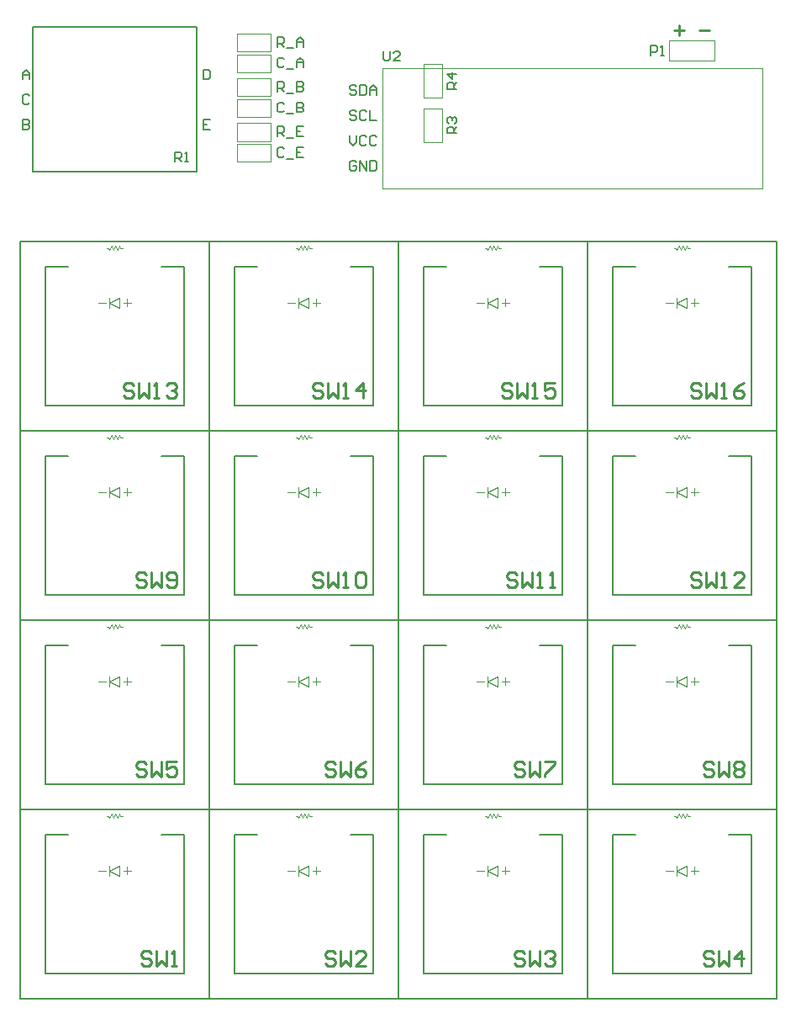
<source format=gto>
G04*
G04 #@! TF.GenerationSoftware,Altium Limited,Altium Designer,22.5.1 (42)*
G04*
G04 Layer_Color=65535*
%FSLAX25Y25*%
%MOIN*%
G70*
G04*
G04 #@! TF.SameCoordinates,A209DC94-0A87-40FC-B198-68C7A1A1665B*
G04*
G04*
G04 #@! TF.FilePolarity,Positive*
G04*
G01*
G75*
%ADD10C,0.00394*%
%ADD11C,0.00787*%
%ADD12C,0.00591*%
%ADD13C,0.01000*%
D10*
X143698Y321024D02*
X294485D01*
Y368662D01*
X143698D02*
X294485D01*
X143698Y321024D02*
Y368662D01*
X160236Y356890D02*
Y370276D01*
X167323D01*
Y356890D02*
Y370276D01*
X160236Y356890D02*
X167323D01*
Y339370D02*
Y352756D01*
X160236Y339370D02*
X167323D01*
X160236D02*
Y352756D01*
X167323D01*
X275394Y371654D02*
Y379528D01*
X257283D02*
X275394D01*
X257283Y371654D02*
Y379528D01*
Y371654D02*
X275394D01*
X99410Y375197D02*
Y382283D01*
X86024D02*
X99410D01*
X86024Y375197D02*
Y382283D01*
Y375197D02*
X99410D01*
X86024Y366929D02*
X99410D01*
X86024D02*
Y374016D01*
X99410D01*
Y366929D02*
Y374016D01*
Y357480D02*
Y364567D01*
X86024D02*
X99410D01*
X86024Y357480D02*
Y364567D01*
Y357480D02*
X99410D01*
X86024Y356299D02*
X99410D01*
Y349213D02*
Y356299D01*
X86024Y349213D02*
X99410D01*
X86024D02*
Y356299D01*
Y339764D02*
Y346850D01*
Y339764D02*
X99410D01*
Y346850D01*
X86024D02*
X99410D01*
X86024Y338583D02*
X99410D01*
Y331496D02*
Y338583D01*
X86024Y331496D02*
X99410D01*
X86024D02*
Y338583D01*
X255954Y275690D02*
X258954D01*
X267418Y274190D02*
Y277190D01*
X265918Y275690D02*
X268918D01*
X264269Y273721D02*
Y277658D01*
X260332Y275690D02*
X264269Y277658D01*
X260332Y275690D02*
X264269Y273721D01*
X260332D02*
Y277658D01*
X264859Y297343D02*
X265647D01*
X264466Y298131D02*
X264859Y297343D01*
X263678Y296556D02*
X264466Y298131D01*
X262891D02*
X263678Y296556D01*
X262103D02*
X262891Y298131D01*
X261316D02*
X262103Y296556D01*
X260529D02*
X261316Y298131D01*
X260135Y297343D02*
X260529Y296556D01*
X259348Y297343D02*
X260135D01*
X180954Y275690D02*
X183954D01*
X192418Y274190D02*
Y277190D01*
X190918Y275690D02*
X193918D01*
X189269Y273721D02*
Y277658D01*
X185332Y275690D02*
X189269Y277658D01*
X185332Y275690D02*
X189269Y273721D01*
X185332D02*
Y277658D01*
X189859Y297343D02*
X190647D01*
X189466Y298131D02*
X189859Y297343D01*
X188678Y296556D02*
X189466Y298131D01*
X187891D02*
X188678Y296556D01*
X187103D02*
X187891Y298131D01*
X186316D02*
X187103Y296556D01*
X185529D02*
X186316Y298131D01*
X185135Y297343D02*
X185529Y296556D01*
X184347Y297343D02*
X185135D01*
X105954Y275690D02*
X108954D01*
X117418Y274190D02*
Y277190D01*
X115918Y275690D02*
X118918D01*
X114269Y273721D02*
Y277658D01*
X110332Y275690D02*
X114269Y277658D01*
X110332Y275690D02*
X114269Y273721D01*
X110332D02*
Y277658D01*
X114859Y297343D02*
X115647D01*
X114466Y298131D02*
X114859Y297343D01*
X113678Y296556D02*
X114466Y298131D01*
X112891D02*
X113678Y296556D01*
X112103D02*
X112891Y298131D01*
X111316D02*
X112103Y296556D01*
X110529D02*
X111316Y298131D01*
X110135Y297343D02*
X110529Y296556D01*
X109347Y297343D02*
X110135D01*
X30955Y275690D02*
X33955D01*
X42419Y274190D02*
Y277190D01*
X40919Y275690D02*
X43919D01*
X39270Y273721D02*
Y277658D01*
X35333Y275690D02*
X39270Y277658D01*
X35333Y275690D02*
X39270Y273721D01*
X35333D02*
Y277658D01*
X39860Y297343D02*
X40648D01*
X39466Y298131D02*
X39860Y297343D01*
X38679Y296556D02*
X39466Y298131D01*
X37892D02*
X38679Y296556D01*
X37104D02*
X37892Y298131D01*
X36317D02*
X37104Y296556D01*
X35529D02*
X36317Y298131D01*
X35136Y297343D02*
X35529Y296556D01*
X34348Y297343D02*
X35136D01*
X255954Y200690D02*
X258954D01*
X267418Y199190D02*
Y202190D01*
X265918Y200690D02*
X268918D01*
X264269Y198721D02*
Y202658D01*
X260332Y200690D02*
X264269Y202658D01*
X260332Y200690D02*
X264269Y198721D01*
X260332D02*
Y202658D01*
X264859Y222343D02*
X265647D01*
X264466Y223131D02*
X264859Y222343D01*
X263678Y221556D02*
X264466Y223131D01*
X262891D02*
X263678Y221556D01*
X262103D02*
X262891Y223131D01*
X261316D02*
X262103Y221556D01*
X260529D02*
X261316Y223131D01*
X260135Y222343D02*
X260529Y221556D01*
X259348Y222343D02*
X260135D01*
X180954Y200690D02*
X183954D01*
X192418Y199190D02*
Y202190D01*
X190918Y200690D02*
X193918D01*
X189269Y198721D02*
Y202658D01*
X185332Y200690D02*
X189269Y202658D01*
X185332Y200690D02*
X189269Y198721D01*
X185332D02*
Y202658D01*
X189859Y222343D02*
X190647D01*
X189466Y223131D02*
X189859Y222343D01*
X188678Y221556D02*
X189466Y223131D01*
X187891D02*
X188678Y221556D01*
X187103D02*
X187891Y223131D01*
X186316D02*
X187103Y221556D01*
X185529D02*
X186316Y223131D01*
X185135Y222343D02*
X185529Y221556D01*
X184347Y222343D02*
X185135D01*
X105954Y200690D02*
X108954D01*
X117418Y199190D02*
Y202190D01*
X115918Y200690D02*
X118918D01*
X114269Y198721D02*
Y202658D01*
X110332Y200690D02*
X114269Y202658D01*
X110332Y200690D02*
X114269Y198721D01*
X110332D02*
Y202658D01*
X114859Y222343D02*
X115647D01*
X114466Y223131D02*
X114859Y222343D01*
X113678Y221556D02*
X114466Y223131D01*
X112891D02*
X113678Y221556D01*
X112103D02*
X112891Y223131D01*
X111316D02*
X112103Y221556D01*
X110529D02*
X111316Y223131D01*
X110135Y222343D02*
X110529Y221556D01*
X109347Y222343D02*
X110135D01*
X30955Y200690D02*
X33955D01*
X42419Y199190D02*
Y202190D01*
X40919Y200690D02*
X43919D01*
X39270Y198721D02*
Y202658D01*
X35333Y200690D02*
X39270Y202658D01*
X35333Y200690D02*
X39270Y198721D01*
X35333D02*
Y202658D01*
X39860Y222343D02*
X40648D01*
X39466Y223131D02*
X39860Y222343D01*
X38679Y221556D02*
X39466Y223131D01*
X37892D02*
X38679Y221556D01*
X37104D02*
X37892Y223131D01*
X36317D02*
X37104Y221556D01*
X35529D02*
X36317Y223131D01*
X35136Y222343D02*
X35529Y221556D01*
X34348Y222343D02*
X35136D01*
X255954Y125689D02*
X258954D01*
X267418Y124189D02*
Y127189D01*
X265918Y125689D02*
X268918D01*
X264269Y123720D02*
Y127657D01*
X260332Y125689D02*
X264269Y127657D01*
X260332Y125689D02*
X264269Y123720D01*
X260332D02*
Y127657D01*
X264859Y147342D02*
X265647D01*
X264466Y148130D02*
X264859Y147342D01*
X263678Y146555D02*
X264466Y148130D01*
X262891D02*
X263678Y146555D01*
X262103D02*
X262891Y148130D01*
X261316D02*
X262103Y146555D01*
X260529D02*
X261316Y148130D01*
X260135Y147342D02*
X260529Y146555D01*
X259348Y147342D02*
X260135D01*
X180954Y125689D02*
X183954D01*
X192418Y124189D02*
Y127189D01*
X190918Y125689D02*
X193918D01*
X189269Y123720D02*
Y127657D01*
X185332Y125689D02*
X189269Y127657D01*
X185332Y125689D02*
X189269Y123720D01*
X185332D02*
Y127657D01*
X189859Y147342D02*
X190647D01*
X189466Y148130D02*
X189859Y147342D01*
X188678Y146555D02*
X189466Y148130D01*
X187891D02*
X188678Y146555D01*
X187103D02*
X187891Y148130D01*
X186316D02*
X187103Y146555D01*
X185529D02*
X186316Y148130D01*
X185135Y147342D02*
X185529Y146555D01*
X184347Y147342D02*
X185135D01*
X105954Y125689D02*
X108954D01*
X117418Y124189D02*
Y127189D01*
X115918Y125689D02*
X118918D01*
X114269Y123720D02*
Y127657D01*
X110332Y125689D02*
X114269Y127657D01*
X110332Y125689D02*
X114269Y123720D01*
X110332D02*
Y127657D01*
X114859Y147342D02*
X115647D01*
X114466Y148130D02*
X114859Y147342D01*
X113678Y146555D02*
X114466Y148130D01*
X112891D02*
X113678Y146555D01*
X112103D02*
X112891Y148130D01*
X111316D02*
X112103Y146555D01*
X110529D02*
X111316Y148130D01*
X110135Y147342D02*
X110529Y146555D01*
X109347Y147342D02*
X110135D01*
X30955Y125689D02*
X33955D01*
X42419Y124189D02*
Y127189D01*
X40919Y125689D02*
X43919D01*
X39270Y123720D02*
Y127657D01*
X35333Y125689D02*
X39270Y127657D01*
X35333Y125689D02*
X39270Y123720D01*
X35333D02*
Y127657D01*
X39860Y147342D02*
X40648D01*
X39466Y148130D02*
X39860Y147342D01*
X38679Y146555D02*
X39466Y148130D01*
X37892D02*
X38679Y146555D01*
X37104D02*
X37892Y148130D01*
X36317D02*
X37104Y146555D01*
X35529D02*
X36317Y148130D01*
X35136Y147342D02*
X35529Y146555D01*
X34348Y147342D02*
X35136D01*
X255954Y50689D02*
X258954D01*
X267418Y49189D02*
Y52189D01*
X265918Y50689D02*
X268918D01*
X264269Y48720D02*
Y52658D01*
X260332Y50689D02*
X264269Y52658D01*
X260332Y50689D02*
X264269Y48720D01*
X260332D02*
Y52658D01*
X264859Y72342D02*
X265647D01*
X264466Y73130D02*
X264859Y72342D01*
X263678Y71555D02*
X264466Y73130D01*
X262891D02*
X263678Y71555D01*
X262103D02*
X262891Y73130D01*
X261316D02*
X262103Y71555D01*
X260529D02*
X261316Y73130D01*
X260135Y72342D02*
X260529Y71555D01*
X259348Y72342D02*
X260135D01*
X180954Y50689D02*
X183954D01*
X192418Y49189D02*
Y52189D01*
X190918Y50689D02*
X193918D01*
X189269Y48720D02*
Y52658D01*
X185332Y50689D02*
X189269Y52658D01*
X185332Y50689D02*
X189269Y48720D01*
X185332D02*
Y52658D01*
X189859Y72342D02*
X190647D01*
X189466Y73130D02*
X189859Y72342D01*
X188678Y71555D02*
X189466Y73130D01*
X187891D02*
X188678Y71555D01*
X187103D02*
X187891Y73130D01*
X186316D02*
X187103Y71555D01*
X185529D02*
X186316Y73130D01*
X185135Y72342D02*
X185529Y71555D01*
X184347Y72342D02*
X185135D01*
X105954Y50689D02*
X108954D01*
X117418Y49189D02*
Y52189D01*
X115918Y50689D02*
X118918D01*
X114269Y48720D02*
Y52658D01*
X110332Y50689D02*
X114269Y52658D01*
X110332Y50689D02*
X114269Y48720D01*
X110332D02*
Y52658D01*
X114859Y72342D02*
X115647D01*
X114466Y73130D02*
X114859Y72342D01*
X113678Y71555D02*
X114466Y73130D01*
X112891D02*
X113678Y71555D01*
X112103D02*
X112891Y73130D01*
X111316D02*
X112103Y71555D01*
X110529D02*
X111316Y73130D01*
X110135Y72342D02*
X110529Y71555D01*
X109347Y72342D02*
X110135D01*
X30955Y50689D02*
X33955D01*
X42419Y49189D02*
Y52189D01*
X40919Y50689D02*
X43919D01*
X39270Y48720D02*
Y52658D01*
X35333Y50689D02*
X39270Y52658D01*
X35333Y50689D02*
X39270Y48720D01*
X35333D02*
Y52658D01*
X39860Y72342D02*
X40648D01*
X39466Y73130D02*
X39860Y72342D01*
X38679Y71555D02*
X39466Y73130D01*
X37892D02*
X38679Y71555D01*
X37104D02*
X37892Y73130D01*
X36317D02*
X37104Y71555D01*
X35529D02*
X36317Y73130D01*
X35136Y72342D02*
X35529Y71555D01*
X34348Y72342D02*
X35136D01*
D11*
X234997Y290001D02*
X243993D01*
X281001D02*
X289997D01*
Y235001D02*
Y290001D01*
X234997Y235001D02*
X289997D01*
X234997D02*
Y290001D01*
X224997Y300001D02*
X299997D01*
X224997Y225001D02*
Y300001D01*
Y225001D02*
X299997D01*
Y300001D01*
X159997Y290001D02*
X168993D01*
X206001D02*
X214997D01*
Y235001D02*
Y290001D01*
X159997Y235001D02*
X214997D01*
X159997D02*
Y290001D01*
X149997Y300001D02*
X224997D01*
X149997Y225001D02*
Y300001D01*
Y225001D02*
X224997D01*
Y300001D01*
X84997Y290001D02*
X93993D01*
X131001D02*
X139997D01*
Y235001D02*
Y290001D01*
X84997Y235001D02*
X139997D01*
X84997D02*
Y290001D01*
X74997Y300001D02*
X149997D01*
X74997Y225001D02*
Y300001D01*
Y225001D02*
X149997D01*
Y300001D01*
X9998Y290001D02*
X18994D01*
X56002D02*
X64998D01*
Y235001D02*
Y290001D01*
X9998Y235001D02*
X64998D01*
X9998D02*
Y290001D01*
X-2Y300001D02*
X74998D01*
X-2Y225001D02*
Y300001D01*
Y225001D02*
X74998D01*
Y300001D01*
X234997Y215001D02*
X243993D01*
X281001D02*
X289997D01*
Y160001D02*
Y215001D01*
X234997Y160001D02*
X289997D01*
X234997D02*
Y215001D01*
X224997Y225001D02*
X299997D01*
X224997Y150001D02*
Y225001D01*
Y150001D02*
X299997D01*
Y225001D01*
X159997Y215001D02*
X168993D01*
X206001D02*
X214997D01*
Y160001D02*
Y215001D01*
X159997Y160001D02*
X214997D01*
X159997D02*
Y215001D01*
X149997Y225001D02*
X224997D01*
X149997Y150001D02*
Y225001D01*
Y150001D02*
X224997D01*
Y225001D01*
X84997Y215001D02*
X93993D01*
X131001D02*
X139997D01*
Y160001D02*
Y215001D01*
X84997Y160001D02*
X139997D01*
X84997D02*
Y215001D01*
X74997Y225001D02*
X149997D01*
X74997Y150001D02*
Y225001D01*
Y150001D02*
X149997D01*
Y225001D01*
X9998Y215001D02*
X18994D01*
X56002D02*
X64998D01*
Y160001D02*
Y215001D01*
X9998Y160001D02*
X64998D01*
X9998D02*
Y215001D01*
X-2Y225001D02*
X74998D01*
X-2Y150001D02*
Y225001D01*
Y150001D02*
X74998D01*
Y225001D01*
X234997Y140000D02*
X243993D01*
X281001D02*
X289997D01*
Y85000D02*
Y140000D01*
X234997Y85000D02*
X289997D01*
X234997D02*
Y140000D01*
X224997Y150000D02*
X299997D01*
X224997Y75000D02*
Y150000D01*
Y75000D02*
X299997D01*
Y150000D01*
X159997Y140000D02*
X168993D01*
X206001D02*
X214997D01*
Y85000D02*
Y140000D01*
X159997Y85000D02*
X214997D01*
X159997D02*
Y140000D01*
X149997Y150000D02*
X224997D01*
X149997Y75000D02*
Y150000D01*
Y75000D02*
X224997D01*
Y150000D01*
X84997Y140000D02*
X93993D01*
X131001D02*
X139997D01*
Y85000D02*
Y140000D01*
X84997Y85000D02*
X139997D01*
X84997D02*
Y140000D01*
X74997Y150000D02*
X149997D01*
X74997Y75000D02*
Y150000D01*
Y75000D02*
X149997D01*
Y150000D01*
X9998Y140000D02*
X18994D01*
X56002D02*
X64998D01*
Y85000D02*
Y140000D01*
X9998Y85000D02*
X64998D01*
X9998D02*
Y140000D01*
X-2Y150000D02*
X74998D01*
X-2Y75000D02*
Y150000D01*
Y75000D02*
X74998D01*
Y150000D01*
X234997Y65000D02*
X243993D01*
X281001D02*
X289997D01*
Y10000D02*
Y65000D01*
X234997Y10000D02*
X289997D01*
X234997D02*
Y65000D01*
X224997Y75000D02*
X299997D01*
X224997Y0D02*
Y75000D01*
Y0D02*
X299997D01*
Y75000D01*
X159997Y65000D02*
X168993D01*
X206001D02*
X214997D01*
Y10000D02*
Y65000D01*
X159997Y10000D02*
X214997D01*
X159997D02*
Y65000D01*
X149997Y75000D02*
X224997D01*
X149997Y0D02*
Y75000D01*
Y0D02*
X224997D01*
Y75000D01*
X84997Y65000D02*
X93993D01*
X131001D02*
X139997D01*
Y10000D02*
Y65000D01*
X84997Y10000D02*
X139997D01*
X84997D02*
Y65000D01*
X74997Y75000D02*
X149997D01*
X74997Y0D02*
Y75000D01*
Y0D02*
X149997D01*
Y75000D01*
X9998Y65000D02*
X18994D01*
X56002D02*
X64998D01*
Y10000D02*
Y65000D01*
X9998Y10000D02*
X64998D01*
X9998D02*
Y65000D01*
X-2Y75000D02*
X74998D01*
X-2Y0D02*
Y75000D01*
Y0D02*
X74998D01*
Y75000D01*
X5018Y327510D02*
Y384991D01*
X69978D01*
Y327510D02*
Y384991D01*
X5018Y327510D02*
X69978D01*
D12*
X133526Y331194D02*
X132870Y331850D01*
X131559D01*
X130903Y331194D01*
Y328570D01*
X131559Y327914D01*
X132870D01*
X133526Y328570D01*
Y329882D01*
X132214D01*
X134838Y327914D02*
Y331850D01*
X137462Y327914D01*
Y331850D01*
X138774D02*
Y327914D01*
X140742D01*
X141398Y328570D01*
Y331194D01*
X140742Y331850D01*
X138774D01*
X130903Y341850D02*
Y339226D01*
X132214Y337914D01*
X133526Y339226D01*
Y341850D01*
X137462Y341194D02*
X136806Y341850D01*
X135494D01*
X134838Y341194D01*
Y338570D01*
X135494Y337914D01*
X136806D01*
X137462Y338570D01*
X141398Y341194D02*
X140742Y341850D01*
X139430D01*
X138774Y341194D01*
Y338570D01*
X139430Y337914D01*
X140742D01*
X141398Y338570D01*
X133526Y351194D02*
X132870Y351850D01*
X131559D01*
X130903Y351194D01*
Y350538D01*
X131559Y349882D01*
X132870D01*
X133526Y349226D01*
Y348570D01*
X132870Y347914D01*
X131559D01*
X130903Y348570D01*
X137462Y351194D02*
X136806Y351850D01*
X135494D01*
X134838Y351194D01*
Y348570D01*
X135494Y347914D01*
X136806D01*
X137462Y348570D01*
X138774Y351850D02*
Y347914D01*
X141398D01*
X133526Y361194D02*
X132870Y361850D01*
X131559D01*
X130903Y361194D01*
Y360538D01*
X131559Y359882D01*
X132870D01*
X133526Y359226D01*
Y358570D01*
X132870Y357914D01*
X131559D01*
X130903Y358570D01*
X134838Y361850D02*
Y357914D01*
X136806D01*
X137462Y358570D01*
Y361194D01*
X136806Y361850D01*
X134838D01*
X138774Y357914D02*
Y360538D01*
X140086Y361850D01*
X141398Y360538D01*
Y357914D01*
Y359882D01*
X138774D01*
X1016Y364125D02*
Y366749D01*
X2328Y368061D01*
X3640Y366749D01*
Y364125D01*
Y366093D01*
X1016D01*
X3640Y357562D02*
X2984Y358219D01*
X1672D01*
X1016Y357562D01*
Y354939D01*
X1672Y354283D01*
X2984D01*
X3640Y354939D01*
X1016Y348376D02*
Y344440D01*
X2984D01*
X3640Y345096D01*
Y345752D01*
X2984Y346408D01*
X1016D01*
X2984D01*
X3640Y347064D01*
Y347720D01*
X2984Y348376D01*
X1016D01*
X72669Y368061D02*
Y364125D01*
X74637D01*
X75293Y364781D01*
Y367405D01*
X74637Y368061D01*
X72669D01*
X75293Y348376D02*
X72669D01*
Y344440D01*
X75293D01*
X72669Y346408D02*
X73981D01*
X173228Y360303D02*
X169292D01*
Y362271D01*
X169948Y362927D01*
X171260D01*
X171916Y362271D01*
Y360303D01*
Y361615D02*
X173228Y362927D01*
Y366207D02*
X169292D01*
X171260Y364239D01*
Y366863D01*
X173228Y342783D02*
X169292D01*
Y344751D01*
X169948Y345407D01*
X171260D01*
X171916Y344751D01*
Y342783D01*
Y344095D02*
X173228Y345407D01*
X169948Y346719D02*
X169292Y347375D01*
Y348687D01*
X169948Y349343D01*
X170604D01*
X171260Y348687D01*
Y348031D01*
Y348687D01*
X171916Y349343D01*
X172572D01*
X173228Y348687D01*
Y347375D01*
X172572Y346719D01*
X144061Y375397D02*
Y372117D01*
X144717Y371461D01*
X146028D01*
X146684Y372117D01*
Y375397D01*
X150620Y371461D02*
X147996D01*
X150620Y374085D01*
Y374741D01*
X149964Y375397D01*
X148652D01*
X147996Y374741D01*
X101969Y341667D02*
Y345603D01*
X103936D01*
X104592Y344947D01*
Y343635D01*
X103936Y342979D01*
X101969D01*
X103280D02*
X104592Y341667D01*
X105904Y341011D02*
X108528D01*
X112464Y345603D02*
X109840D01*
Y341667D01*
X112464D01*
X109840Y343635D02*
X111152D01*
X101969Y359384D02*
Y363319D01*
X103936D01*
X104592Y362664D01*
Y361352D01*
X103936Y360696D01*
X101969D01*
X103280D02*
X104592Y359384D01*
X105904Y358728D02*
X108528D01*
X109840Y363319D02*
Y359384D01*
X111808D01*
X112464Y360040D01*
Y360696D01*
X111808Y361352D01*
X109840D01*
X111808D01*
X112464Y362007D01*
Y362664D01*
X111808Y363319D01*
X109840D01*
X101969Y377100D02*
Y381036D01*
X103936D01*
X104592Y380380D01*
Y379068D01*
X103936Y378412D01*
X101969D01*
X103280D02*
X104592Y377100D01*
X105904Y376444D02*
X108528D01*
X109840Y377100D02*
Y379724D01*
X111152Y381036D01*
X112464Y379724D01*
Y377100D01*
Y379068D01*
X109840D01*
X61353Y331494D02*
Y335430D01*
X63320D01*
X63976Y334774D01*
Y333462D01*
X63320Y332806D01*
X61353D01*
X62665D02*
X63976Y331494D01*
X65288D02*
X66600D01*
X65944D01*
Y335430D01*
X65288Y334774D01*
X250132Y373623D02*
Y377558D01*
X252100D01*
X252756Y376903D01*
Y375590D01*
X252100Y374935D01*
X250132D01*
X254068Y373623D02*
X255380D01*
X254724D01*
Y377558D01*
X254068Y376903D01*
X104592Y336679D02*
X103936Y337335D01*
X102624D01*
X101969Y336679D01*
Y334055D01*
X102624Y333400D01*
X103936D01*
X104592Y334055D01*
X105904Y332744D02*
X108528D01*
X112464Y337335D02*
X109840D01*
Y333400D01*
X112464D01*
X109840Y335367D02*
X111152D01*
X104592Y354396D02*
X103936Y355052D01*
X102624D01*
X101969Y354396D01*
Y351772D01*
X102624Y351116D01*
X103936D01*
X104592Y351772D01*
X105904Y350460D02*
X108528D01*
X109840Y355052D02*
Y351116D01*
X111808D01*
X112464Y351772D01*
Y352428D01*
X111808Y353084D01*
X109840D01*
X111808D01*
X112464Y353740D01*
Y354396D01*
X111808Y355052D01*
X109840D01*
X104592Y372112D02*
X103936Y372768D01*
X102624D01*
X101969Y372112D01*
Y369489D01*
X102624Y368833D01*
X103936D01*
X104592Y369489D01*
X105904Y368177D02*
X108528D01*
X109840Y368833D02*
Y371456D01*
X111152Y372768D01*
X112464Y371456D01*
Y368833D01*
Y370800D01*
X109840D01*
D13*
X259339Y383661D02*
X263338D01*
X261339Y385661D02*
Y381662D01*
X269339Y383661D02*
X273338D01*
X269998Y243004D02*
X268998Y244003D01*
X266999D01*
X265999Y243004D01*
Y242004D01*
X266999Y241004D01*
X268998D01*
X269998Y240004D01*
Y239005D01*
X268998Y238005D01*
X266999D01*
X265999Y239005D01*
X271997Y244003D02*
Y238005D01*
X273996Y240004D01*
X275996Y238005D01*
Y244003D01*
X277995Y238005D02*
X279994D01*
X278995D01*
Y244003D01*
X277995Y243004D01*
X286992Y244003D02*
X284993Y243004D01*
X282993Y241004D01*
Y239005D01*
X283993Y238005D01*
X285993D01*
X286992Y239005D01*
Y240004D01*
X285993Y241004D01*
X282993D01*
X194998Y243004D02*
X193998Y244003D01*
X191999D01*
X190999Y243004D01*
Y242004D01*
X191999Y241004D01*
X193998D01*
X194998Y240004D01*
Y239005D01*
X193998Y238005D01*
X191999D01*
X190999Y239005D01*
X196997Y244003D02*
Y238005D01*
X198996Y240004D01*
X200996Y238005D01*
Y244003D01*
X202995Y238005D02*
X204994D01*
X203995D01*
Y244003D01*
X202995Y243004D01*
X211992Y244003D02*
X207993D01*
Y241004D01*
X209993Y242004D01*
X210993D01*
X211992Y241004D01*
Y239005D01*
X210993Y238005D01*
X208993D01*
X207993Y239005D01*
X119998Y243004D02*
X118998Y244003D01*
X116999D01*
X115999Y243004D01*
Y242004D01*
X116999Y241004D01*
X118998D01*
X119998Y240004D01*
Y239005D01*
X118998Y238005D01*
X116999D01*
X115999Y239005D01*
X121997Y244003D02*
Y238005D01*
X123996Y240004D01*
X125996Y238005D01*
Y244003D01*
X127995Y238005D02*
X129994D01*
X128995D01*
Y244003D01*
X127995Y243004D01*
X135993Y238005D02*
Y244003D01*
X132993Y241004D01*
X136992D01*
X44998Y243004D02*
X43998Y244003D01*
X41999D01*
X40999Y243004D01*
Y242004D01*
X41999Y241004D01*
X43998D01*
X44998Y240004D01*
Y239005D01*
X43998Y238005D01*
X41999D01*
X40999Y239005D01*
X46997Y244003D02*
Y238005D01*
X48996Y240004D01*
X50996Y238005D01*
Y244003D01*
X52995Y238005D02*
X54994D01*
X53995D01*
Y244003D01*
X52995Y243004D01*
X57993D02*
X58993Y244003D01*
X60992D01*
X61992Y243004D01*
Y242004D01*
X60992Y241004D01*
X59993D01*
X60992D01*
X61992Y240004D01*
Y239005D01*
X60992Y238005D01*
X58993D01*
X57993Y239005D01*
X269998Y168003D02*
X268998Y169003D01*
X266999D01*
X265999Y168003D01*
Y167004D01*
X266999Y166004D01*
X268998D01*
X269998Y165005D01*
Y164005D01*
X268998Y163005D01*
X266999D01*
X265999Y164005D01*
X271997Y169003D02*
Y163005D01*
X273996Y165005D01*
X275996Y163005D01*
Y169003D01*
X277995Y163005D02*
X279994D01*
X278995D01*
Y169003D01*
X277995Y168003D01*
X286992Y163005D02*
X282993D01*
X286992Y167004D01*
Y168003D01*
X285993Y169003D01*
X283993D01*
X282993Y168003D01*
X196997D02*
X195997Y169003D01*
X193998D01*
X192998Y168003D01*
Y167004D01*
X193998Y166004D01*
X195997D01*
X196997Y165005D01*
Y164005D01*
X195997Y163005D01*
X193998D01*
X192998Y164005D01*
X198996Y169003D02*
Y163005D01*
X200996Y165005D01*
X202995Y163005D01*
Y169003D01*
X204994Y163005D02*
X206994D01*
X205994D01*
Y169003D01*
X204994Y168003D01*
X209993Y163005D02*
X211992D01*
X210993D01*
Y169003D01*
X209993Y168003D01*
X119998D02*
X118998Y169003D01*
X116999D01*
X115999Y168003D01*
Y167004D01*
X116999Y166004D01*
X118998D01*
X119998Y165005D01*
Y164005D01*
X118998Y163005D01*
X116999D01*
X115999Y164005D01*
X121997Y169003D02*
Y163005D01*
X123996Y165005D01*
X125996Y163005D01*
Y169003D01*
X127995Y163005D02*
X129994D01*
X128995D01*
Y169003D01*
X127995Y168003D01*
X132993D02*
X133993Y169003D01*
X135993D01*
X136992Y168003D01*
Y164005D01*
X135993Y163005D01*
X133993D01*
X132993Y164005D01*
Y168003D01*
X49996D02*
X48996Y169003D01*
X46997D01*
X45997Y168003D01*
Y167004D01*
X46997Y166004D01*
X48996D01*
X49996Y165005D01*
Y164005D01*
X48996Y163005D01*
X46997D01*
X45997Y164005D01*
X51995Y169003D02*
Y163005D01*
X53995Y165005D01*
X55994Y163005D01*
Y169003D01*
X57993Y164005D02*
X58993Y163005D01*
X60992D01*
X61992Y164005D01*
Y168003D01*
X60992Y169003D01*
X58993D01*
X57993Y168003D01*
Y167004D01*
X58993Y166004D01*
X61992D01*
X274996Y93003D02*
X273996Y94003D01*
X271997D01*
X270997Y93003D01*
Y92004D01*
X271997Y91004D01*
X273996D01*
X274996Y90004D01*
Y89005D01*
X273996Y88005D01*
X271997D01*
X270997Y89005D01*
X276995Y94003D02*
Y88005D01*
X278995Y90004D01*
X280994Y88005D01*
Y94003D01*
X282993Y93003D02*
X283993Y94003D01*
X285993D01*
X286992Y93003D01*
Y92004D01*
X285993Y91004D01*
X286992Y90004D01*
Y89005D01*
X285993Y88005D01*
X283993D01*
X282993Y89005D01*
Y90004D01*
X283993Y91004D01*
X282993Y92004D01*
Y93003D01*
X283993Y91004D02*
X285993D01*
X199996Y93003D02*
X198996Y94003D01*
X196997D01*
X195997Y93003D01*
Y92004D01*
X196997Y91004D01*
X198996D01*
X199996Y90004D01*
Y89005D01*
X198996Y88005D01*
X196997D01*
X195997Y89005D01*
X201995Y94003D02*
Y88005D01*
X203995Y90004D01*
X205994Y88005D01*
Y94003D01*
X207993D02*
X211992D01*
Y93003D01*
X207993Y89005D01*
Y88005D01*
X124996Y93003D02*
X123996Y94003D01*
X121997D01*
X120997Y93003D01*
Y92004D01*
X121997Y91004D01*
X123996D01*
X124996Y90004D01*
Y89005D01*
X123996Y88005D01*
X121997D01*
X120997Y89005D01*
X126995Y94003D02*
Y88005D01*
X128995Y90004D01*
X130994Y88005D01*
Y94003D01*
X136992D02*
X134993Y93003D01*
X132993Y91004D01*
Y89005D01*
X133993Y88005D01*
X135993D01*
X136992Y89005D01*
Y90004D01*
X135993Y91004D01*
X132993D01*
X49996Y93003D02*
X48996Y94003D01*
X46997D01*
X45997Y93003D01*
Y92004D01*
X46997Y91004D01*
X48996D01*
X49996Y90004D01*
Y89005D01*
X48996Y88005D01*
X46997D01*
X45997Y89005D01*
X51995Y94003D02*
Y88005D01*
X53995Y90004D01*
X55994Y88005D01*
Y94003D01*
X61992D02*
X57993D01*
Y91004D01*
X59993Y92004D01*
X60992D01*
X61992Y91004D01*
Y89005D01*
X60992Y88005D01*
X58993D01*
X57993Y89005D01*
X274996Y18004D02*
X273996Y19003D01*
X271997D01*
X270997Y18004D01*
Y17004D01*
X271997Y16004D01*
X273996D01*
X274996Y15004D01*
Y14005D01*
X273996Y13005D01*
X271997D01*
X270997Y14005D01*
X276995Y19003D02*
Y13005D01*
X278995Y15004D01*
X280994Y13005D01*
Y19003D01*
X285993Y13005D02*
Y19003D01*
X282993Y16004D01*
X286992D01*
X199996Y18004D02*
X198996Y19003D01*
X196997D01*
X195997Y18004D01*
Y17004D01*
X196997Y16004D01*
X198996D01*
X199996Y15004D01*
Y14005D01*
X198996Y13005D01*
X196997D01*
X195997Y14005D01*
X201995Y19003D02*
Y13005D01*
X203995Y15004D01*
X205994Y13005D01*
Y19003D01*
X207993Y18004D02*
X208993Y19003D01*
X210993D01*
X211992Y18004D01*
Y17004D01*
X210993Y16004D01*
X209993D01*
X210993D01*
X211992Y15004D01*
Y14005D01*
X210993Y13005D01*
X208993D01*
X207993Y14005D01*
X124996Y18004D02*
X123996Y19003D01*
X121997D01*
X120997Y18004D01*
Y17004D01*
X121997Y16004D01*
X123996D01*
X124996Y15004D01*
Y14005D01*
X123996Y13005D01*
X121997D01*
X120997Y14005D01*
X126995Y19003D02*
Y13005D01*
X128995Y15004D01*
X130994Y13005D01*
Y19003D01*
X136992Y13005D02*
X132993D01*
X136992Y17004D01*
Y18004D01*
X135993Y19003D01*
X133993D01*
X132993Y18004D01*
X51995D02*
X50996Y19003D01*
X48996D01*
X47997Y18004D01*
Y17004D01*
X48996Y16004D01*
X50996D01*
X51995Y15004D01*
Y14005D01*
X50996Y13005D01*
X48996D01*
X47997Y14005D01*
X53995Y19003D02*
Y13005D01*
X55994Y15004D01*
X57993Y13005D01*
Y19003D01*
X59993Y13005D02*
X61992D01*
X60992D01*
Y19003D01*
X59993Y18004D01*
M02*

</source>
